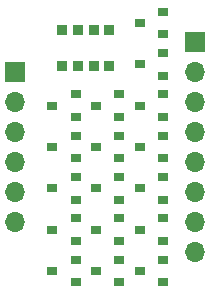
<source format=gbs>
%TF.GenerationSoftware,KiCad,Pcbnew,(5.1.9)-1*%
%TF.CreationDate,2022-08-29T18:21:33+02:00*%
%TF.ProjectId,mux,6d75782e-6b69-4636-9164-5f7063625858,rev?*%
%TF.SameCoordinates,Original*%
%TF.FileFunction,Soldermask,Bot*%
%TF.FilePolarity,Negative*%
%FSLAX46Y46*%
G04 Gerber Fmt 4.6, Leading zero omitted, Abs format (unit mm)*
G04 Created by KiCad (PCBNEW (5.1.9)-1) date 2022-08-29 18:21:33*
%MOMM*%
%LPD*%
G01*
G04 APERTURE LIST*
%ADD10O,1.700000X1.700000*%
%ADD11R,1.700000X1.700000*%
%ADD12R,0.900000X0.900000*%
%ADD13R,0.900000X0.800000*%
G04 APERTURE END LIST*
D10*
%TO.C,J2*%
X136460000Y-59200000D03*
X136460000Y-56660000D03*
X136460000Y-54120000D03*
X136460000Y-51580000D03*
X136460000Y-49040000D03*
D11*
X136460000Y-46500000D03*
%TD*%
D10*
%TO.C,J1*%
X151700000Y-61740000D03*
X151700000Y-59200000D03*
X151700000Y-56660000D03*
X151700000Y-54120000D03*
X151700000Y-51580000D03*
X151700000Y-49040000D03*
X151700000Y-46500000D03*
D11*
X151700000Y-43960000D03*
%TD*%
D12*
%TO.C,RN2*%
X141790000Y-42950000D03*
X140450000Y-42950000D03*
X144450000Y-42950000D03*
X143110000Y-42950000D03*
X141790000Y-45950000D03*
X143110000Y-45950000D03*
X140450000Y-45950000D03*
X144450000Y-45950000D03*
%TD*%
D13*
%TO.C,Q34*%
X143300000Y-63350000D03*
X145300000Y-64300000D03*
X145300000Y-62400000D03*
%TD*%
%TO.C,Q33*%
X147000000Y-63350000D03*
X149000000Y-64300000D03*
X149000000Y-62400000D03*
%TD*%
%TO.C,Q32*%
X147000000Y-59850000D03*
X149000000Y-60800000D03*
X149000000Y-58900000D03*
%TD*%
%TO.C,Q31*%
X147000000Y-56350000D03*
X149000000Y-57300000D03*
X149000000Y-55400000D03*
%TD*%
%TO.C,Q30*%
X147000000Y-52850000D03*
X149000000Y-53800000D03*
X149000000Y-51900000D03*
%TD*%
%TO.C,Q29*%
X147000000Y-49350000D03*
X149000000Y-50300000D03*
X149000000Y-48400000D03*
%TD*%
%TO.C,Q28*%
X147000000Y-45850000D03*
X149000000Y-46800000D03*
X149000000Y-44900000D03*
%TD*%
%TO.C,Q27*%
X147000000Y-42350000D03*
X149000000Y-43300000D03*
X149000000Y-41400000D03*
%TD*%
%TO.C,Q26*%
X139600000Y-59850000D03*
X141600000Y-60800000D03*
X141600000Y-58900000D03*
%TD*%
%TO.C,Q25*%
X139600000Y-63350000D03*
X141600000Y-64300000D03*
X141600000Y-62400000D03*
%TD*%
%TO.C,Q24*%
X139600000Y-49350000D03*
X141600000Y-50300000D03*
X141600000Y-48400000D03*
%TD*%
%TO.C,Q23*%
X143300000Y-59850000D03*
X145300000Y-60800000D03*
X145300000Y-58900000D03*
%TD*%
%TO.C,Q22*%
X143300000Y-56350000D03*
X145300000Y-57300000D03*
X145300000Y-55400000D03*
%TD*%
%TO.C,Q21*%
X143300000Y-52850000D03*
X145300000Y-53800000D03*
X145300000Y-51900000D03*
%TD*%
%TO.C,Q20*%
X143300000Y-49350000D03*
X145300000Y-50300000D03*
X145300000Y-48400000D03*
%TD*%
%TO.C,Q19*%
X139600000Y-56350000D03*
X141600000Y-57300000D03*
X141600000Y-55400000D03*
%TD*%
%TO.C,Q18*%
X139600000Y-52850000D03*
X141600000Y-53800000D03*
X141600000Y-51900000D03*
%TD*%
M02*

</source>
